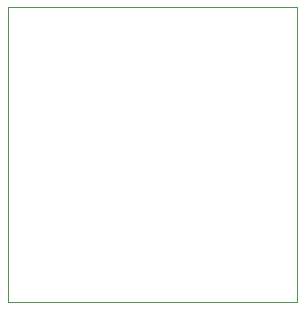
<source format=gbr>
G04 #@! TF.GenerationSoftware,KiCad,Pcbnew,8.0.02-1-dev-92ffd898f5*
G04 #@! TF.CreationDate,2024-03-29T15:55:27-07:00*
G04 #@! TF.ProjectId,sfh7072_breakoutboard,73666837-3037-4325-9f62-7265616b6f75,rev?*
G04 #@! TF.SameCoordinates,Original*
G04 #@! TF.FileFunction,Profile,NP*
%FSLAX46Y46*%
G04 Gerber Fmt 4.6, Leading zero omitted, Abs format (unit mm)*
G04 Created by KiCad (PCBNEW 8.0.02-1-dev-92ffd898f5) date 2024-03-29 15:55:27*
%MOMM*%
%LPD*%
G01*
G04 APERTURE LIST*
G04 #@! TA.AperFunction,Profile*
%ADD10C,0.050000*%
G04 #@! TD*
G04 APERTURE END LIST*
D10*
X19750000Y-14750000D02*
X44250000Y-14750000D01*
X44250000Y-39750000D01*
X19750000Y-39750000D01*
X19750000Y-14750000D01*
M02*

</source>
